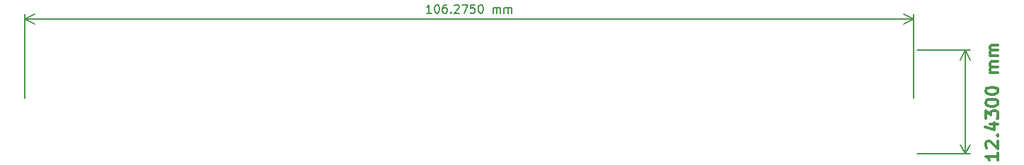
<source format=gbr>
%TF.GenerationSoftware,KiCad,Pcbnew,8.0.5*%
%TF.CreationDate,2024-10-14T23:25:06+08:00*%
%TF.ProjectId,SiPm_Design_2,5369506d-5f44-4657-9369-676e5f322e6b,rev?*%
%TF.SameCoordinates,Original*%
%TF.FileFunction,Other,Comment*%
%FSLAX46Y46*%
G04 Gerber Fmt 4.6, Leading zero omitted, Abs format (unit mm)*
G04 Created by KiCad (PCBNEW 8.0.5) date 2024-10-14 23:25:06*
%MOMM*%
%LPD*%
G01*
G04 APERTURE LIST*
%ADD10C,0.150000*%
%ADD11C,0.300000*%
%ADD12C,0.200000*%
G04 APERTURE END LIST*
D10*
X197251690Y-97008819D02*
X196680262Y-97008819D01*
X196965976Y-97008819D02*
X196965976Y-96008819D01*
X196965976Y-96008819D02*
X196870738Y-96151676D01*
X196870738Y-96151676D02*
X196775500Y-96246914D01*
X196775500Y-96246914D02*
X196680262Y-96294533D01*
X197870738Y-96008819D02*
X197965976Y-96008819D01*
X197965976Y-96008819D02*
X198061214Y-96056438D01*
X198061214Y-96056438D02*
X198108833Y-96104057D01*
X198108833Y-96104057D02*
X198156452Y-96199295D01*
X198156452Y-96199295D02*
X198204071Y-96389771D01*
X198204071Y-96389771D02*
X198204071Y-96627866D01*
X198204071Y-96627866D02*
X198156452Y-96818342D01*
X198156452Y-96818342D02*
X198108833Y-96913580D01*
X198108833Y-96913580D02*
X198061214Y-96961200D01*
X198061214Y-96961200D02*
X197965976Y-97008819D01*
X197965976Y-97008819D02*
X197870738Y-97008819D01*
X197870738Y-97008819D02*
X197775500Y-96961200D01*
X197775500Y-96961200D02*
X197727881Y-96913580D01*
X197727881Y-96913580D02*
X197680262Y-96818342D01*
X197680262Y-96818342D02*
X197632643Y-96627866D01*
X197632643Y-96627866D02*
X197632643Y-96389771D01*
X197632643Y-96389771D02*
X197680262Y-96199295D01*
X197680262Y-96199295D02*
X197727881Y-96104057D01*
X197727881Y-96104057D02*
X197775500Y-96056438D01*
X197775500Y-96056438D02*
X197870738Y-96008819D01*
X199061214Y-96008819D02*
X198870738Y-96008819D01*
X198870738Y-96008819D02*
X198775500Y-96056438D01*
X198775500Y-96056438D02*
X198727881Y-96104057D01*
X198727881Y-96104057D02*
X198632643Y-96246914D01*
X198632643Y-96246914D02*
X198585024Y-96437390D01*
X198585024Y-96437390D02*
X198585024Y-96818342D01*
X198585024Y-96818342D02*
X198632643Y-96913580D01*
X198632643Y-96913580D02*
X198680262Y-96961200D01*
X198680262Y-96961200D02*
X198775500Y-97008819D01*
X198775500Y-97008819D02*
X198965976Y-97008819D01*
X198965976Y-97008819D02*
X199061214Y-96961200D01*
X199061214Y-96961200D02*
X199108833Y-96913580D01*
X199108833Y-96913580D02*
X199156452Y-96818342D01*
X199156452Y-96818342D02*
X199156452Y-96580247D01*
X199156452Y-96580247D02*
X199108833Y-96485009D01*
X199108833Y-96485009D02*
X199061214Y-96437390D01*
X199061214Y-96437390D02*
X198965976Y-96389771D01*
X198965976Y-96389771D02*
X198775500Y-96389771D01*
X198775500Y-96389771D02*
X198680262Y-96437390D01*
X198680262Y-96437390D02*
X198632643Y-96485009D01*
X198632643Y-96485009D02*
X198585024Y-96580247D01*
X199585024Y-96913580D02*
X199632643Y-96961200D01*
X199632643Y-96961200D02*
X199585024Y-97008819D01*
X199585024Y-97008819D02*
X199537405Y-96961200D01*
X199537405Y-96961200D02*
X199585024Y-96913580D01*
X199585024Y-96913580D02*
X199585024Y-97008819D01*
X200013595Y-96104057D02*
X200061214Y-96056438D01*
X200061214Y-96056438D02*
X200156452Y-96008819D01*
X200156452Y-96008819D02*
X200394547Y-96008819D01*
X200394547Y-96008819D02*
X200489785Y-96056438D01*
X200489785Y-96056438D02*
X200537404Y-96104057D01*
X200537404Y-96104057D02*
X200585023Y-96199295D01*
X200585023Y-96199295D02*
X200585023Y-96294533D01*
X200585023Y-96294533D02*
X200537404Y-96437390D01*
X200537404Y-96437390D02*
X199965976Y-97008819D01*
X199965976Y-97008819D02*
X200585023Y-97008819D01*
X200918357Y-96008819D02*
X201585023Y-96008819D01*
X201585023Y-96008819D02*
X201156452Y-97008819D01*
X202442166Y-96008819D02*
X201965976Y-96008819D01*
X201965976Y-96008819D02*
X201918357Y-96485009D01*
X201918357Y-96485009D02*
X201965976Y-96437390D01*
X201965976Y-96437390D02*
X202061214Y-96389771D01*
X202061214Y-96389771D02*
X202299309Y-96389771D01*
X202299309Y-96389771D02*
X202394547Y-96437390D01*
X202394547Y-96437390D02*
X202442166Y-96485009D01*
X202442166Y-96485009D02*
X202489785Y-96580247D01*
X202489785Y-96580247D02*
X202489785Y-96818342D01*
X202489785Y-96818342D02*
X202442166Y-96913580D01*
X202442166Y-96913580D02*
X202394547Y-96961200D01*
X202394547Y-96961200D02*
X202299309Y-97008819D01*
X202299309Y-97008819D02*
X202061214Y-97008819D01*
X202061214Y-97008819D02*
X201965976Y-96961200D01*
X201965976Y-96961200D02*
X201918357Y-96913580D01*
X203108833Y-96008819D02*
X203204071Y-96008819D01*
X203204071Y-96008819D02*
X203299309Y-96056438D01*
X203299309Y-96056438D02*
X203346928Y-96104057D01*
X203346928Y-96104057D02*
X203394547Y-96199295D01*
X203394547Y-96199295D02*
X203442166Y-96389771D01*
X203442166Y-96389771D02*
X203442166Y-96627866D01*
X203442166Y-96627866D02*
X203394547Y-96818342D01*
X203394547Y-96818342D02*
X203346928Y-96913580D01*
X203346928Y-96913580D02*
X203299309Y-96961200D01*
X203299309Y-96961200D02*
X203204071Y-97008819D01*
X203204071Y-97008819D02*
X203108833Y-97008819D01*
X203108833Y-97008819D02*
X203013595Y-96961200D01*
X203013595Y-96961200D02*
X202965976Y-96913580D01*
X202965976Y-96913580D02*
X202918357Y-96818342D01*
X202918357Y-96818342D02*
X202870738Y-96627866D01*
X202870738Y-96627866D02*
X202870738Y-96389771D01*
X202870738Y-96389771D02*
X202918357Y-96199295D01*
X202918357Y-96199295D02*
X202965976Y-96104057D01*
X202965976Y-96104057D02*
X203013595Y-96056438D01*
X203013595Y-96056438D02*
X203108833Y-96008819D01*
X204632643Y-97008819D02*
X204632643Y-96342152D01*
X204632643Y-96437390D02*
X204680262Y-96389771D01*
X204680262Y-96389771D02*
X204775500Y-96342152D01*
X204775500Y-96342152D02*
X204918357Y-96342152D01*
X204918357Y-96342152D02*
X205013595Y-96389771D01*
X205013595Y-96389771D02*
X205061214Y-96485009D01*
X205061214Y-96485009D02*
X205061214Y-97008819D01*
X205061214Y-96485009D02*
X205108833Y-96389771D01*
X205108833Y-96389771D02*
X205204071Y-96342152D01*
X205204071Y-96342152D02*
X205346928Y-96342152D01*
X205346928Y-96342152D02*
X205442167Y-96389771D01*
X205442167Y-96389771D02*
X205489786Y-96485009D01*
X205489786Y-96485009D02*
X205489786Y-97008819D01*
X205965976Y-97008819D02*
X205965976Y-96342152D01*
X205965976Y-96437390D02*
X206013595Y-96389771D01*
X206013595Y-96389771D02*
X206108833Y-96342152D01*
X206108833Y-96342152D02*
X206251690Y-96342152D01*
X206251690Y-96342152D02*
X206346928Y-96389771D01*
X206346928Y-96389771D02*
X206394547Y-96485009D01*
X206394547Y-96485009D02*
X206394547Y-97008819D01*
X206394547Y-96485009D02*
X206442166Y-96389771D01*
X206442166Y-96389771D02*
X206537404Y-96342152D01*
X206537404Y-96342152D02*
X206680261Y-96342152D01*
X206680261Y-96342152D02*
X206775500Y-96389771D01*
X206775500Y-96389771D02*
X206823119Y-96485009D01*
X206823119Y-96485009D02*
X206823119Y-97008819D01*
X254913000Y-107204000D02*
X254913000Y-97117580D01*
X148638000Y-107204000D02*
X148638000Y-97117580D01*
X254913000Y-97704000D02*
X148638000Y-97704000D01*
X254913000Y-97704000D02*
X148638000Y-97704000D01*
X254913000Y-97704000D02*
X253786496Y-98290421D01*
X254913000Y-97704000D02*
X253786496Y-97117579D01*
X148638000Y-97704000D02*
X149764504Y-97117579D01*
X148638000Y-97704000D02*
X149764504Y-98290421D01*
D11*
X265066328Y-113775426D02*
X265066328Y-114632569D01*
X265066328Y-114203998D02*
X263566328Y-114203998D01*
X263566328Y-114203998D02*
X263780614Y-114346855D01*
X263780614Y-114346855D02*
X263923471Y-114489712D01*
X263923471Y-114489712D02*
X263994900Y-114632569D01*
X263709185Y-113203998D02*
X263637757Y-113132570D01*
X263637757Y-113132570D02*
X263566328Y-112989713D01*
X263566328Y-112989713D02*
X263566328Y-112632570D01*
X263566328Y-112632570D02*
X263637757Y-112489713D01*
X263637757Y-112489713D02*
X263709185Y-112418284D01*
X263709185Y-112418284D02*
X263852042Y-112346855D01*
X263852042Y-112346855D02*
X263994900Y-112346855D01*
X263994900Y-112346855D02*
X264209185Y-112418284D01*
X264209185Y-112418284D02*
X265066328Y-113275427D01*
X265066328Y-113275427D02*
X265066328Y-112346855D01*
X264923471Y-111703999D02*
X264994900Y-111632570D01*
X264994900Y-111632570D02*
X265066328Y-111703999D01*
X265066328Y-111703999D02*
X264994900Y-111775427D01*
X264994900Y-111775427D02*
X264923471Y-111703999D01*
X264923471Y-111703999D02*
X265066328Y-111703999D01*
X264066328Y-110346856D02*
X265066328Y-110346856D01*
X263494900Y-110703998D02*
X264566328Y-111061141D01*
X264566328Y-111061141D02*
X264566328Y-110132570D01*
X263566328Y-109703999D02*
X263566328Y-108775427D01*
X263566328Y-108775427D02*
X264137757Y-109275427D01*
X264137757Y-109275427D02*
X264137757Y-109061142D01*
X264137757Y-109061142D02*
X264209185Y-108918285D01*
X264209185Y-108918285D02*
X264280614Y-108846856D01*
X264280614Y-108846856D02*
X264423471Y-108775427D01*
X264423471Y-108775427D02*
X264780614Y-108775427D01*
X264780614Y-108775427D02*
X264923471Y-108846856D01*
X264923471Y-108846856D02*
X264994900Y-108918285D01*
X264994900Y-108918285D02*
X265066328Y-109061142D01*
X265066328Y-109061142D02*
X265066328Y-109489713D01*
X265066328Y-109489713D02*
X264994900Y-109632570D01*
X264994900Y-109632570D02*
X264923471Y-109703999D01*
X263566328Y-107846856D02*
X263566328Y-107703999D01*
X263566328Y-107703999D02*
X263637757Y-107561142D01*
X263637757Y-107561142D02*
X263709185Y-107489714D01*
X263709185Y-107489714D02*
X263852042Y-107418285D01*
X263852042Y-107418285D02*
X264137757Y-107346856D01*
X264137757Y-107346856D02*
X264494900Y-107346856D01*
X264494900Y-107346856D02*
X264780614Y-107418285D01*
X264780614Y-107418285D02*
X264923471Y-107489714D01*
X264923471Y-107489714D02*
X264994900Y-107561142D01*
X264994900Y-107561142D02*
X265066328Y-107703999D01*
X265066328Y-107703999D02*
X265066328Y-107846856D01*
X265066328Y-107846856D02*
X264994900Y-107989714D01*
X264994900Y-107989714D02*
X264923471Y-108061142D01*
X264923471Y-108061142D02*
X264780614Y-108132571D01*
X264780614Y-108132571D02*
X264494900Y-108203999D01*
X264494900Y-108203999D02*
X264137757Y-108203999D01*
X264137757Y-108203999D02*
X263852042Y-108132571D01*
X263852042Y-108132571D02*
X263709185Y-108061142D01*
X263709185Y-108061142D02*
X263637757Y-107989714D01*
X263637757Y-107989714D02*
X263566328Y-107846856D01*
X263566328Y-106418285D02*
X263566328Y-106275428D01*
X263566328Y-106275428D02*
X263637757Y-106132571D01*
X263637757Y-106132571D02*
X263709185Y-106061143D01*
X263709185Y-106061143D02*
X263852042Y-105989714D01*
X263852042Y-105989714D02*
X264137757Y-105918285D01*
X264137757Y-105918285D02*
X264494900Y-105918285D01*
X264494900Y-105918285D02*
X264780614Y-105989714D01*
X264780614Y-105989714D02*
X264923471Y-106061143D01*
X264923471Y-106061143D02*
X264994900Y-106132571D01*
X264994900Y-106132571D02*
X265066328Y-106275428D01*
X265066328Y-106275428D02*
X265066328Y-106418285D01*
X265066328Y-106418285D02*
X264994900Y-106561143D01*
X264994900Y-106561143D02*
X264923471Y-106632571D01*
X264923471Y-106632571D02*
X264780614Y-106704000D01*
X264780614Y-106704000D02*
X264494900Y-106775428D01*
X264494900Y-106775428D02*
X264137757Y-106775428D01*
X264137757Y-106775428D02*
X263852042Y-106704000D01*
X263852042Y-106704000D02*
X263709185Y-106632571D01*
X263709185Y-106632571D02*
X263637757Y-106561143D01*
X263637757Y-106561143D02*
X263566328Y-106418285D01*
X265066328Y-104132572D02*
X264066328Y-104132572D01*
X264209185Y-104132572D02*
X264137757Y-104061143D01*
X264137757Y-104061143D02*
X264066328Y-103918286D01*
X264066328Y-103918286D02*
X264066328Y-103704000D01*
X264066328Y-103704000D02*
X264137757Y-103561143D01*
X264137757Y-103561143D02*
X264280614Y-103489715D01*
X264280614Y-103489715D02*
X265066328Y-103489715D01*
X264280614Y-103489715D02*
X264137757Y-103418286D01*
X264137757Y-103418286D02*
X264066328Y-103275429D01*
X264066328Y-103275429D02*
X264066328Y-103061143D01*
X264066328Y-103061143D02*
X264137757Y-102918286D01*
X264137757Y-102918286D02*
X264280614Y-102846857D01*
X264280614Y-102846857D02*
X265066328Y-102846857D01*
X265066328Y-102132572D02*
X264066328Y-102132572D01*
X264209185Y-102132572D02*
X264137757Y-102061143D01*
X264137757Y-102061143D02*
X264066328Y-101918286D01*
X264066328Y-101918286D02*
X264066328Y-101704000D01*
X264066328Y-101704000D02*
X264137757Y-101561143D01*
X264137757Y-101561143D02*
X264280614Y-101489715D01*
X264280614Y-101489715D02*
X265066328Y-101489715D01*
X264280614Y-101489715D02*
X264137757Y-101418286D01*
X264137757Y-101418286D02*
X264066328Y-101275429D01*
X264066328Y-101275429D02*
X264066328Y-101061143D01*
X264066328Y-101061143D02*
X264137757Y-100918286D01*
X264137757Y-100918286D02*
X264280614Y-100846857D01*
X264280614Y-100846857D02*
X265066328Y-100846857D01*
D12*
X255413000Y-101489000D02*
X261724420Y-101489000D01*
X255413000Y-113919000D02*
X261724420Y-113919000D01*
X261138000Y-101489000D02*
X261138000Y-113919000D01*
X261138000Y-101489000D02*
X261138000Y-113919000D01*
X261138000Y-101489000D02*
X261724421Y-102615504D01*
X261138000Y-101489000D02*
X260551579Y-102615504D01*
X261138000Y-113919000D02*
X260551579Y-112792496D01*
X261138000Y-113919000D02*
X261724421Y-112792496D01*
M02*

</source>
